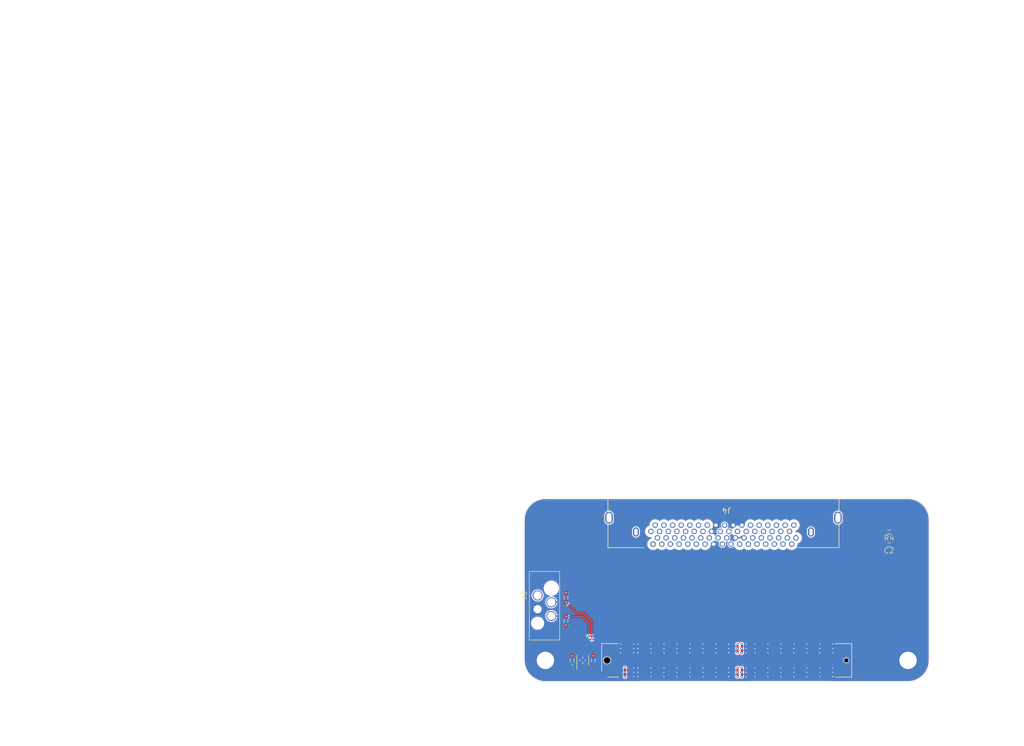
<source format=kicad_pcb>
(kicad_pcb (version 20240108) (generator "pcbnew") (generator_version "8.0")
  (title_block (title "Squishy - SE PHY ") (date "2024-06-14") (rev "1") (company "Shrine Maiden Heavy Industries") (comment 1 "License: CERN-OHL-S") (comment 2 "© 2024 Aki 'lethalbit' Van Ness, et. al.") (comment 3 "No warranty expressed or implied") (comment 4 "Squishy - SCSI Multitool"))
  (layers (0 "F.Cu" signal) (1 "In1.Cu" signal) (2 "In2.Cu" signal) (3 "In3.Cu" signal) (4 "In4.Cu" signal) (31 "B.Cu" signal) (34 "B.Paste" user) (35 "F.Paste" user) (36 "B.SilkS" user "B.Silkscreen") (37 "F.SilkS" user "F.Silkscreen") (38 "B.Mask" user) (39 "F.Mask" user) (44 "Edge.Cuts" user))
  (net 0 "")
  (net 1 "GND")
  (net 4 "/PHY.ID_SCL")
  (net 5 "+3V3")
  (net 6 "/PHY.ID_SDA")
  (net 7 "/CON.DP14+")
  (net 8 "/CON.C{slash}D+")
  (net 9 "/CON.DB10-")
  (net 10 "/CON.DB4-")
  (net 11 "/CON.ACK+")
  (net 12 "/CON.TERMPWR")
  (net 13 "/CON.DP1+")
  (net 14 "/CON.BSY-")
  (net 15 "/CON.RST-")
  (net 16 "/CON.DB2-")
  (net 17 "/CON.BSY+")
  (net 18 "/CON.DB5+")
  (net 19 "/CON.ATN-")
  (net 20 "/CON.DP0+")
  (net 21 "/CON.SEL+")
  (net 22 "/CON.ATN+")
  (net 23 "/CON.DB9-")
  (net 24 "/CON.SEL-")
  (net 25 "/CON.DB9+")
  (net 26 "/CON.DB0-")
  (net 27 "/CON.DB11+")
  (net 28 "/CON.DB7+")
  (net 29 "/CON.DP1-")
  (net 30 "/CON.DB5-")
  (net 31 "/CON.REQ-")
  (net 32 "/CON.DB1-")
  (net 33 "/CON.DB13+")
  (net 34 "/CON.REQ+")
  (net 35 "/CON.DB3-")
  (net 36 "/CON.DB8+")
  (net 37 "/CON.DB13-")
  (net 38 "/CON.DB15-")
  (net 39 "/CON.MSG+")
  (net 40 "/CON.DB11-")
  (net 41 "/CON.DP12+")
  (net 42 "/CON.DB3+")
  (net 43 "/CON.ACK-")
  (net 44 "/CON.DIFFSENSE")
  (net 45 "/CON.I{slash}O+")
  (net 46 "/CON.I{slash}O-")
  (net 47 "/CON.DB4+")
  (net 48 "/CON.DB15+")
  (net 49 "/CON.DB6-")
  (net 50 "/CON.DP14-")
  (net 51 "/CON.RST+")
  (net 52 "/CON.DB8-")
  (net 53 "/CON.DB10+")
  (net 54 "/CON.MSG-")
  (net 55 "/CON.DB6+")
  (net 56 "/CON.C{slash}D-")
  (net 57 "/CON.DB7-")
  (net 58 "/CON.DP12-")
  (net 59 "/CON.DB1+")
  (net 60 "/CON.DP0-")
  (net 61 "/CON.DB2+")
  (net 62 "/CON.DB0+")
  (net 63 "Net-(U1-E0)")
  (net 64 "Net-(C2-Pad2)")
  (net 65 "/CON.DB12+")
  (net 66 "/CON.DB14+")
  (net 67 "/CON.DB12-")
  (net 68 "/CON.DB14-")
  (footprint "lethalbit-connectors:1014457-10x80xLF" (layer "F.Cu") (at 147.5 136 180)
    (property "Reference" "J1" (hide yes))
    (property "Value" "SCSI PHY Mezz")
    (fp_line (start 23.100001 3.1) (end 23.1 -2) (stroke (width 0.12)) (layer "F.SilkS"))
    (fp_line (start 23.100001 3.1) (end 20.000001 3.1) (stroke (width 0.12)) (layer "F.SilkS"))
    (fp_line (start 22 -3.1) (end 20.000001 -3.1) (stroke (width 0.12)) (layer "F.SilkS"))
    (fp_line (start -20.000001 3.1) (end -23.100001 3.1) (stroke (width 0.12)) (layer "F.SilkS"))
    (fp_line (start -20.000001 -3.1) (end -23.100001 -3.1) (stroke (width 0.12)) (layer "F.SilkS"))
    (fp_line (start -23.100001 3.1) (end -23.100001 -3.1) (stroke (width 0.12)) (layer "F.SilkS"))
    (pad "" np_thru_hole circle (at -22.1 0 180) (size 0.8 0.8) (drill 0.8) (layers "*.Mask"))
    (pad "" np_thru_hole circle (at 22.1 0 180) (size 1.2 1.2) (drill 1.2) (layers "*.Mask"))
    (pad "1" smd roundrect (at 19.6 -2.2 180) (size 0.4 2) (layers "F.Cu" "F.Paste" "F.Mask") (net 1 "GND"))
    (pad "2" smd roundrect (at 19.6 2.2 180) (size 0.4 2) (layers "F.Cu" "F.Paste" "F.Mask") (net 1 "GND"))
    (pad "3" smd roundrect (at 18.8 -2.199999 180) (size 0.4 2) (layers "F.Cu" "F.Paste" "F.Mask") (net 5 "+3V3"))
    (pad "4" smd roundrect (at 18.8 2.199999 180) (size 0.4 2) (layers "F.Cu" "F.Paste" "F.Mask") (net 6 "/PHY.ID_SDA"))
    (pad "5" smd roundrect (at 18 -2.2 180) (size 0.4 2) (layers "F.Cu" "F.Paste" "F.Mask"))
    (pad "6" smd roundrect (at 18 2.2 180) (size 0.4 2) (layers "F.Cu" "F.Paste" "F.Mask") (net 4 "/PHY.ID_SCL"))
    (pad "7" smd roundrect (at 17.200001 -2.2 180) (size 0.4 2) (layers "F.Cu" "F.Paste" "F.Mask") (net 1 "GND"))
    (pad "8" smd roundrect (at 17.200001 2.2 180) (size 0.4 2) (layers "F.Cu" "F.Paste" "F.Mask") (net 1 "GND"))
    (pad "9" smd roundrect (at 16.4 -2.2 180) (size 0.4 2) (layers "F.Cu" "F.Paste" "F.Mask") (net 1 "GND"))
    (pad "10" smd roundrect (at 16.4 2.2 180) (size 0.4 2) (layers "F.Cu" "F.Paste" "F.Mask") (net 1 "GND"))
    (pad "11" smd roundrect (at 15.6 -2.2 180) (size 0.4 2) (layers "F.Cu" "F.Paste" "F.Mask") (net 41 "/CON.DP12+"))
    (pad "12" smd roundrect (at 15.6 2.2 180) (size 0.4 2) (layers "F.Cu" "F.Paste" "F.Mask") (net 58 "/CON.DP12-"))
    (pad "13" smd roundrect (at 14.799999 -2.2 180) (size 0.4 2) (layers "F.Cu" "F.Paste" "F.Mask") (net 33 "/CON.DB13+"))
    (pad "14" smd roundrect (at 14.799999 2.2 180) (size 0.4 2) (layers "F.Cu" "F.Paste" "F.Mask") (net 37 "/CON.DB13-"))
    (pad "15" smd roundrect (at 14 -2.2 180) (size 0.4 2) (layers "F.Cu" "F.Paste" "F.Mask") (net 1 "GND"))
    (pad "16" smd roundrect (at 14 2.2 180) (size 0.4 2) (layers "F.Cu" "F.Paste" "F.Mask") (net 1 "GND"))
    (pad "17" smd roundrect (at 13.2 -2.199999 180) (size 0.4 2) (layers "F.Cu" "F.Paste" "F.Mask") (net 7 "/CON.DP14+"))
    (pad "18" smd roundrect (at 13.2 2.199999 180) (size 0.4 2) (layers "F.Cu" "F.Paste" "F.Mask") (net 50 "/CON.DP14-"))
    (pad "19" smd roundrect (at 12.4 -2.2 180) (size 0.4 2) (layers "F.Cu" "F.Paste" "F.Mask") (net 48 "/CON.DB15+"))
    (pad "20" smd roundrect (at 12.4 2.2 180) (size 0.4 2) (layers "F.Cu" "F.Paste" "F.Mask") (net 38 "/CON.DB15-"))
    (pad "21" smd roundrect (at 11.6 -2.2 180) (size 0.4 2) (layers "F.Cu" "F.Paste" "F.Mask") (net 1 "GND"))
    (pad "22" smd roundrect (at 11.6 2.2 180) (size 0.4 2) (layers "F.Cu" "F.Paste" "F.Mask") (net 1 "GND"))
    (pad "23" smd roundrect (at 10.8 -2.2 180) (size 0.4 2) (layers "F.Cu" "F.Paste" "F.Mask") (net 13 "/CON.DP1+"))
    (pad "24" smd roundrect (at 10.8 2.2 180) (size 0.4 2) (layers "F.Cu" "F.Paste" "F.Mask") (net 29 "/CON.DP1-"))
    (pad "25" smd roundrect (at 10 -2.2 180) (size 0.4 2) (layers "F.Cu" "F.Paste" "F.Mask") (net 62 "/CON.DB0+"))
    (pad "26" smd roundrect (at 10 2.2 180) (size 0.4 2) (layers "F.Cu" "F.Paste" "F.Mask") (net 26 "/CON.DB0-"))
    (pad "27" smd roundrect (at 9.199999 -2.2 180) (size 0.4 2) (layers "F.Cu" "F.Paste" "F.Mask") (net 1 "GND"))
    (pad "28" smd roundrect (at 9.199999 2.2 180) (size 0.4 2) (layers "F.Cu" "F.Paste" "F.Mask") (net 1 "GND"))
    (pad "29" smd roundrect (at 8.4 -2.2 180) (size 0.4 2) (layers "F.Cu" "F.Paste" "F.Mask") (net 59 "/CON.DB1+"))
    (pad "30" smd roundrect (at 8.4 2.2 180) (size 0.4 2) (layers "F.Cu" "F.Paste" "F.Mask") (net 32 "/CON.DB1-"))
    (pad "31" smd roundrect (at 7.6 -2.199999 180) (size 0.4 2) (layers "F.Cu" "F.Paste" "F.Mask") (net 61 "/CON.DB2+"))
    (pad "32" smd roundrect (at 7.6 2.199999 180) (size 0.4 2) (layers "F.Cu" "F.Paste" "F.Mask") (net 16 "/CON.DB2-"))
    (pad "33" smd roundrect (at 6.8 -2.2 180) (size 0.4 2) (layers "F.Cu" "F.Paste" "F.Mask") (net 1 "GND"))
    (pad "34" smd roundrect (at 6.8 2.2 180) (size 0.4 2) (layers "F.Cu" "F.Paste" "F.Mask") (net 1 "GND"))
    (pad "35" smd roundrect (at 6 -2.2 180) (size 0.4 2) (layers "F.Cu" "F.Paste" "F.Mask") (net 42 "/CON.DB3+"))
    (pad "36" smd roundrect (at 6 2.2 180) (size 0.4 2) (layers "F.Cu" "F.Paste" "F.Mask") (net 35 "/CON.DB3-"))
    (pad "37" smd roundrect (at 5.2 -2.2 180) (size 0.4 2) (layers "F.Cu" "F.Paste" "F.Mask") (net 47 "/CON.DB4+"))
    (pad "38" smd roundrect (at 5.2 2.2 180) (size 0.4 2) (layers "F.Cu" "F.Paste" "F.Mask") (net 10 "/CON.DB4-"))
    (pad "39" smd roundrect (at 4.4 -2.2 180) (size 0.4 2) (layers "F.Cu" "F.Paste" "F.Mask") (net 1 "GND"))
    (pad "40" smd roundrect (at 4.4 2.2 180) (size 0.4 2) (layers "F.Cu" "F.Paste" "F.Mask") (net 1 "GND"))
    (pad "41" smd roundrect (at 3.599999 -2.2 180) (size 0.4 2) (layers "F.Cu" "F.Paste" "F.Mask") (net 18 "/CON.DB5+"))
    (pad "42" smd roundrect (at 3.599999 2.2 180) (size 0.4 2) (layers "F.Cu" "F.Paste" "F.Mask") (net 30 "/CON.DB5-"))
    (pad "43" smd roundrect (at 2.8 -2.2 180) (size 0.4 2) (layers "F.Cu" "F.Paste" "F.Mask") (net 55 "/CON.DB6+"))
    (pad "44" smd roundrect (at 2.8 2.2 180) (size 0.4 2) (layers "F.Cu" "F.Paste" "F.Mask") (net 49 "/CON.DB6-"))
    (pad "45" smd roundrect (at 2 -2.199999 180) (size 0.4 2) (layers "F.Cu" "F.Paste" "F.Mask") (net 1 "GND"))
    (pad "46" smd roundrect (at 2 2.199999 180) (size 0.4 2) (layers "F.Cu" "F.Paste" "F.Mask") (net 1 "GND"))
    (pad "47" smd roundrect (at 1.2 -2.2 180) (size 0.4 2) (layers "F.Cu" "F.Paste" "F.Mask") (net 28 "/CON.DB7+"))
    (pad "48" smd roundrect (at 1.2 2.2 180) (size 0.4 2) (layers "F.Cu" "F.Paste" "F.Mask") (net 57 "/CON.DB7-"))
    (pad "49" smd roundrect (at 0.4 -2.2 180) (size 0.4 2) (layers "F.Cu" "F.Paste" "F.Mask") (net 20 "/CON.DP0+"))
    (pad "50" smd roundrect (at 0.4 2.2 180) (size 0.4 2) (layers "F.Cu" "F.Paste" "F.Mask") (net 60 "/CON.DP0-"))
    (pad "51" smd roundrect (at -0.4 -2.2 180) (size 0.4 2) (layers "F.Cu" "F.Paste" "F.Mask") (net 1 "GND"))
    (pad "52" smd roundrect (at -0.4 2.2 180) (size 0.4 2) (layers "F.Cu" "F.Paste" "F.Mask") (net 1 "GND"))
    (pad "53" smd roundrect (at -1.2 -2.2 180) (size 0.4 2) (layers "F.Cu" "F.Paste" "F.Mask") (net 44 "/CON.DIFFSENSE"))
    (pad "54" smd roundrect (at -1.2 2.2 180) (size 0.4 2) (layers "F.Cu" "F.Paste" "F.Mask"))
    (pad "55" smd roundrect (at -2 -2.199999 180) (size 0.4 2) (layers "F.Cu" "F.Paste" "F.Mask") (net 12 "/CON.TERMPWR"))
    (pad "56" smd roundrect (at -2 2.199999 180) (size 0.4 2) (layers "F.Cu" "F.Paste" "F.Mask") (net 12 "/CON.TERMPWR"))
    (pad "57" smd roundrect (at -2.8 -2.2 180) (size 0.4 2) (layers "F.Cu" "F.Paste" "F.Mask") (net 12 "/CON.TERMPWR"))
    (pad "58" smd roundrect (at -2.8 2.2 180) (size 0.4 2) (layers "F.Cu" "F.Paste" "F.Mask") (net 12 "/CON.TERMPWR"))
    (pad "59" smd roundrect (at -3.599999 -2.2 180) (size 0.4 2) (layers "F.Cu" "F.Paste" "F.Mask") (net 1 "GND"))
    (pad "60" smd roundrect (at -3.599999 2.2 180) (size 0.4 2) (layers "F.Cu" "F.Paste" "F.Mask") (net 1 "GND"))
    (pad "61" smd roundrect (at -4.4 -2.2 180) (size 0.4 2) (layers "F.Cu" "F.Paste" "F.Mask") (net 22 "/CON.ATN+"))
    (pad "62" smd roundrect (at -4.4 2.2 180) (size 0.4 2) (layers "F.Cu" "F.Paste" "F.Mask") (net 19 "/CON.ATN-"))
    (pad "63" smd roundrect (at -5.2 -2.2 180) (size 0.4 2) (layers "F.Cu" "F.Paste" "F.Mask") (net 1 "GND"))
    (pad "64" smd roundrect (at -5.2 2.2 180) (size 0.4 2) (layers "F.Cu" "F.Paste" "F.Mask") (net 1 "GND"))
    (pad "65" smd roundrect (at -6 -2.2 180) (size 0.4 2) (layers "F.Cu" "F.Paste" "F.Mask") (net 17 "/CON.BSY+"))
    (pad "66" smd roundrect (at -6 2.2 180) (size 0.4 2) (layers "F.Cu" "F.Paste" "F.Mask") (net 14 "/CON.BSY-"))
    (pad "67" smd roundrect (at -6.8 -2.2 180) (size 0.4 2) (layers "F.Cu" "F.Paste" "F.Mask") (net 11 "/CON.ACK+"))
    (pad "68" smd roundrect (at -6.8 2.2 180) (size 0.4 2) (layers "F.Cu" "F.Paste" "F.Mask") (net 43 "/CON.ACK-"))
    (pad "69" smd roundrect (at -7.6 -2.199999 180) (size 0.4 2) (layers "F.Cu" "F.Paste" "F.Mask") (net 1 "GND"))
    (pad "70" smd roundrect (at -7.6 2.199999 180) (size 0.4 2) (layers "F.Cu" "F.Paste" "F.Mask") (net 1 "GND"))
    (pad "71" smd roundrect (at -8.4 -2.2 180) (size 0.4 2) (layers "F.Cu" "F.Paste" "F.Mask") (net 51 "/CON.RST+"))
    (pad "72" smd roundrect (at -8.4 2.2 180) (size 0.4 2) (layers "F.Cu" "F.Paste" "F.Mask") (net 15 "/CON.RST-"))
    (pad "73" smd roundrect (at -9.199999 -2.2 180) (size 0.4 2) (layers "F.Cu" "F.Paste" "F.Mask") (net 39 "/CON.MSG+"))
    (pad "74" smd roundrect (at -9.199999 2.2 180) (size 0.4 2) (layers "F.Cu" "F.Paste" "F.Mask") (net 54 "/CON.MSG-"))
    (pad "75" smd roundrect (at -10 -2.2 180) (size 0.4 2) (layers "F.Cu" "F.Paste" "F.Mask") (net 1 "GND"))
    (pad "76" smd roundrect (at -10 2.2 180) (size 0.4 2) (layers "F.Cu" "F.Paste" "F.Mask") (net 1 "GND"))
    (pad "77" smd roundrect (at -10.8 -2.2 180) (size 0.4 2) (layers "F.Cu" "F.Paste" "F.Mask") (net 21 "/CON.SEL+"))
    (pad "78" smd roundrect (at -10.8 2.2 180) (size 0.4 2) (layers "F.Cu" "F.Paste" "F.Mask") (net 24 "/CON.SEL-"))
    (pad "79" smd roundrect (at -11.6 -2.2 180) (size 0.4 2) (layers "F.Cu" "F.Paste" "F.Mask") (net 8 "/CON.C{slash}D+"))
    (pad "80" smd roundrect (at -11.6 2.2 180) (size 0.4 2) (layers "F.Cu" "F.Paste" "F.Mask") (net 56 "/CON.C{slash}D-"))
    (pad "81" smd roundrect (at -12.4 -2.2 180) (size 0.4 2) (layers "F.Cu" "F.Paste" "F.Mask") (net 1 "GND"))
    (pad "82" smd roundrect (at -12.4 2.2 180) (size 0.4 2) (layers "F.Cu" "F.Paste" "F.Mask") (net 1 "GND"))
    (pad "83" smd roundrect (at -13.2 -2.199999 180) (size 0.4 2) (layers "F.Cu" "F.Paste" "F.Mask") (net 34 "/CON.REQ+"))
    (pad "84" smd roundrect (at -13.2 2.199999 180) (size 0.4 2) (layers "F.Cu" "F.Paste" "F.Mask") (net 31 "/CON.REQ-"))
    (pad "85" smd roundrect (at -14 -2.2 180) (size 0.4 2) (layers "F.Cu" "F.Paste" "F.Mask") (net 45 "/CON.I{slash}O+"))
    (pad "86" smd roundrect (at -14 2.2 180) (size 0.4 2) (layers "F.Cu" "F.Paste" "F.Mask") (net 46 "/CON.I{slash}O-"))
    (pad "87" smd roundrect (at -14.799999 -2.2 180) (size 0.4 2) (layers "F.Cu" "F.Paste" "F.Mask") (net 1 "GND"))
    (pad "88" smd roundrect (at -14.799999 2.2 180) (size 0.4 2) (layers "F.Cu" "F.Paste" "F.Mask") (net 1 "GND"))
    (pad "89" smd roundrect (at -15.6 -2.2 180) (size 0.4 2) (layers "F.Cu" "F.Paste" "F.Mask") (net 36 "/CON.DB8+"))
    (pad "90" smd roundrect (at -15.6 2.2 180) (size 0.4 2) (layers "F.Cu" "F.Paste" "F.Mask") (net 52 "/CON.DB8-"))
    (pad "91" smd roundrect (at -16.4 -2.2 180) (size 0.4 2) (layers "F.Cu" "F.Paste" "F.Mask") (net 25 "/CON.DB9+"))
    (pad "92" smd roundrect (at -16.4 2.2 180) (size 0.4 2) (layers "F.Cu" "F.Paste" "F.Mask") (net 23 "/CON.DB9-"))
    (pad "93" smd roundrect (at -17.200001 -2.2 180) (size 0.4 2) (layers "F.Cu" "F.Paste" "F.Mask") (net 1 "GND"))
    (pad "94" smd roundrect (at -17.200001 2.2 180) (size 0.4 2) (layers "F.Cu" "F.Paste" "F.Mask") (net 1 "GND"))
    (pad "95" smd roundrect (at -18 -2.2 180) (size 0.4 2) (layers "F.Cu" "F.Paste" "F.Mask") (net 53 "/CON.DB10+"))
    (pad "96" smd roundrect (at -18 2.2 180) (size 0.4 2) (layers "F.Cu" "F.Paste" "F.Mask") (net 9 "/CON.DB10-"))
    (pad "97" smd roundrect (at -18.8 -2.199999 180) (size 0.4 2) (layers "F.Cu" "F.Paste" "F.Mask") (net 27 "/CON.DB11+"))
    (pad "98" smd roundrect (at -18.8 2.199999 180) (size 0.4 2) (layers "F.Cu" "F.Paste" "F.Mask") (net 40 "/CON.DB11-"))
    (pad "99" smd roundrect (at -19.6 -2.2 180) (size 0.4 2) (layers "F.Cu" "F.Paste" "F.Mask") (net 1 "GND"))
    (pad "100" smd roundrect (at -19.6 2.2 180) (size 0.4 2) (layers "F.Cu" "F.Paste" "F.Mask") (net 1 "GND"))
  )
  (footprint "rhais_rcl:R0603" (layer "F.Cu") (at 117.8 128.7 90)
    (property "Reference" "R3")
    (property "Value" "4k7" (hide yes))
    (fp_line (start 0.3 -0.349999) (end -0.3 -0.349999) (stroke (width 0.1)) (layer "F.SilkS"))
    (fp_line (start -0.3 0.349999) (end 0.3 0.349999) (stroke (width 0.1)) (layer "F.SilkS"))
    (pad "1" smd roundrect (at -0.85 0 90) (size 0.9 0.8) (layers "F.Cu" "F.Paste" "F.Mask") (net 5 "+3V3"))
    (pad "2" smd roundrect (at 0.85 0 90) (size 0.9 0.8) (layers "F.Cu" "F.Paste" "F.Mask") (net 4 "/PHY.ID_SCL"))
  )
  (footprint "rhais_rcl:R0603" (layer "F.Cu") (at 117.8 124.4 -90)
    (property "Reference" "R2")
    (property "Value" "4k7" (hide yes))
    (fp_line (start -0.3 0.349999) (end 0.3 0.349999) (stroke (width 0.1)) (layer "F.SilkS"))
    (fp_line (start 0.3 -0.349999) (end -0.3 -0.349999) (stroke (width 0.1)) (layer "F.SilkS"))
    (pad "1" smd roundrect (at -0.85 0 270) (size 0.9 0.8) (layers "F.Cu" "F.Paste" "F.Mask") (net 5 "+3V3"))
    (pad "2" smd roundrect (at 0.85 0 270) (size 0.9 0.8) (layers "F.Cu" "F.Paste" "F.Mask") (net 6 "/PHY.ID_SDA"))
  )
  (footprint "PCM_kikit:Tab" (layer "F.Cu") (at 185.25 131 180)
    (property "Reference" "REF**" (hide yes))
    (property "Value" "Tab")
  )
  (footprint "PCM_kikit:Tab" (layer "F.Cu") (at 174 140.25 90)
    (property "Reference" "REF**" (hide yes))
    (property "Value" "Tab")
  )
  (footprint "rhais_rcl:C0603" (layer "F.Cu") (at 118.95 136 90)
    (property "Reference" "C1")
    (property "Value" "100n" (hide yes))
    (fp_line (start -0.3 -0.349999) (end 0.3 -0.349999) (stroke (width 0.1)) (layer "F.SilkS"))
    (fp_line (start 0.3 0.349999) (end -0.3 0.349999) (stroke (width 0.1)) (layer "F.SilkS"))
    (pad "1" smd roundrect (at -0.85 0 90) (size 0.9 0.8) (layers "F.Cu" "F.Paste" "F.Mask") (net 1 "GND"))
    (pad "2" smd roundrect (at 0.85 0 90) (size 0.9 0.8) (layers "F.Cu" "F.Paste" "F.Mask") (net 5 "+3V3"))
  )
  (footprint "PCM_kikit:Tab" (layer "F.Cu") (at 121.000001 105.75 -90)
    (property "Reference" "REF**" (hide yes))
    (property "Value" "Tab")
  )
  (footprint "MountingHole:MountingHole_3.2mm_M3_Pad" (layer "F.Cu") (at 181 136)
    (property "Reference" "H4" (hide yes))
    (property "Value" "MountingHole" (hide yes))
    (pad "1" thru_hole circle (at 0 0) (size 6.4 6.4) (drill 3.2) (layers "*.Cu" "*.Mask") (net 1 "GND"))
  )
  (footprint "PCM_kikit:Tab" (layer "F.Cu") (at 109.7 131)
    (property "Reference" "REF**" (hide yes))
    (property "Value" "Tab")
  )
  (footprint "PCM_kikit:Tab" (layer "F.Cu") (at 174 105.75 -90)
    (property "Reference" "REF**" (hide yes))
    (property "Value" "Tab")
  )
  (footprint "PCM_kikit:Tab" (layer "F.Cu") (at 109.7 115)
    (property "Reference" "REF**" (hide yes))
    (property "Value" "Tab")
  )
  (footprint "rhais_rcl:R0603" (layer "F.Cu") (at 177.5 112.25 180)
    (property "Reference" "R4" (at 0 -1.099999 0) (layer "F.SilkS") (effects (font (thickness 0.1))))
    (property "Value" "1M")
    (fp_line (start 0.3 -0.349999) (end -0.3 -0.349999) (stroke (width 0.1)) (layer "F.SilkS"))
    (fp_line (start -0.3 0.349999) (end 0.3 0.349999) (stroke (width 0.1)) (layer "F.SilkS"))
    (pad "1" smd roundrect (at -0.85 0 180) (size 0.9 0.8) (layers "F.Cu" "F.Paste" "F.Mask") (net 64 "Net-(C2-Pad2)"))
    (pad "2" smd roundrect (at 0.85 0 180) (size 0.9 0.8) (layers "F.Cu" "F.Paste" "F.Mask") (net 1 "GND"))
  )
  (footprint "PCM_kikit:Tab" (layer "F.Cu") (at 185.25 115 180)
    (property "Reference" "REF**" (hide yes))
    (property "Value" "Tab")
  )
  (footprint "rhais_rcl:R0603" (layer "F.Cu") (at 122.85 136 90)
    (property "Reference" "R1")
    (property "Value" "10k" (hide yes))
    (fp_line (start 0.3 -0.349999) (end -0.3 -0.349999) (stroke (width 0.1)) (layer "F.SilkS"))
    (fp_line (start -0.3 0.349999) (end 0.3 0.349999) (stroke (width 0.1)) (layer "F.SilkS"))
    (pad "1" smd roundrect (at -0.85 0 90) (size 0.9 0.8) (layers "F.Cu" "F.Paste" "F.Mask") (net 63 "Net-(U1-E0)"))
    (pad "2" smd roundrect (at 0.85 0 90) (size 0.9 0.8) (layers "F.Cu" "F.Paste" "F.Mask") (net 5 "+3V3"))
  )
  (footprint "lethalbit-memory:ST_UFDFPN-8-1EP_2x3mm_P0.5mm_EP1.6x1.6mm" (layer "F.Cu") (at 120.9 136 90)
    (property "Reference" "U1")
    (property "Value" "M24C02-RMC" (hide yes))
    (fp_line (start -1.7 -1.1) (end 0.95 -1.1) (stroke (width 0.1)) (layer "F.SilkS"))
    (fp_line (start 0.95 1.1) (end -0.95 1.1) (stroke (width 0.1)) (layer "F.SilkS"))
    (pad "1" smd roundrect (at -1.4 -0.750001 90) (size 0.6 0.3) (layers "F.Cu" "F.Paste" "F.Mask") (roundrect_rratio 0.15625) (net 63 "Net-(U1-E0)"))
    (pad "2" smd roundrect (at -1.4 -0.25 90) (size 0.6 0.3) (layers "F.Cu" "F.Paste" "F.Mask") (roundrect_rratio 0.15625) (net 63 "Net-(U1-E0)"))
    (pad "3" smd roundrect (at -1.4 0.25 90) (size 0.6 0.3) (layers "F.Cu" "F.Paste" "F.Mask") (roundrect_rratio 0.15625) (net 1 "GND"))
    (pad "4" smd roundrect (at -1.4 0.750001 90) (size 0.6 0.3) (layers "F.Cu" "F.Paste" "F.Mask") (roundrect_rratio 0.15625) (net 1 "GND"))
    (pad "5" smd roundrect (at 1.4 0.750001 90) (size 0.6 0.3) (layers "F.Cu" "F.Paste" "F.Mask") (roundrect_rratio 0.15625) (net 6 "/PHY.ID_SDA"))
    (pad "6" smd roundrect (at 1.4 0.25 90) (size 0.6 0.3) (layers "F.Cu" "F.Paste" "F.Mask") (roundrect_rratio 0.15625) (net 4 "/PHY.ID_SCL"))
    (pad "7" smd roundrect (at 1.4 -0.25 90) (size 0.6 0.3) (layers "F.Cu" "F.Paste" "F.Mask") (roundrect_rratio 0.15625) (net 1 "GND"))
    (pad "8" smd roundrect (at 1.4 -0.750001 90) (size 0.6 0.3) (layers "F.Cu" "F.Paste" "F.Mask") (roundrect_rratio 0.15625) (net 5 "+3V3"))
    (pad "EP" smd roundrect (at 0 0 90) (size 1.6 1.6) (layers "F.Cu" "F.Mask") (roundrect_rratio 0.15625) (net 1 "GND"))
  )
  (footprint "pkl_connectors_wuerth:490107670412-d" (layer "F.Cu") (at 112.56 123.99 90)
    (property "Reference" "J3" (at 0 -2.54 90) (layer "F.SilkS") (effects (font (thickness 0.1))))
    (property "Value" "Conn_01x04")
    (fp_poly (pts (xy 4.43 -1.529999) (xy -8.24 -1.529999) (xy -8.239999 4.07) (xy 4.43 4.070001)) (stroke (width 0.1)) (fill none) (layer "F.SilkS"))
    (pad "" np_thru_hole circle (at -5.14 0 90) (size 2.2 2.2) (drill 2.2) (layers "F&B.Cu" "*.Mask"))
    (pad "" np_thru_hole circle (at 1.33 2.54 90) (size 2.6 2.6) (drill 2.6) (layers "F&B.Cu" "*.Mask"))
    (pad "1" thru_hole circle (at 0 0 90) (size 1.85 1.85) (drill 1.5) (layers "*.Cu" "*.Mask") (net 5 "+3V3"))
    (pad "2" thru_hole circle (at -1.27 2.54 90) (size 1.85 1.85) (drill 1.5) (layers "*.Cu" "*.Mask") (net 6 "/PHY.ID_SDA"))
    (pad "3" thru_hole circle (at -2.54 0 90) (size 1.85 1.85) (drill 1.5) (layers "*.Cu" "*.Mask") (net 1 "GND"))
    (pad "4" thru_hole circle (at -3.81 2.54 90) (size 1.85 1.85) (drill 1.5) (layers "*.Cu" "*.Mask") (net 4 "/PHY.ID_SCL"))
  )
  (footprint "lethalbit-connectors:5796055" (layer "F.Cu") (at 147.5 112.715 180)
    (property "Reference" "J4" (at 0 4.465 180) (layer "F.SilkS"))
    (property "Value" "VHDCI")
    (fp_line (start 21.95 6.465) (end 21.95 4.465) (stroke (width 0.127)) (layer "F.SilkS"))
    (fp_line (start 21.95 1.765) (end 21.95 -2.435) (stroke (width 0.127)) (layer "F.SilkS"))
    (fp_line (start 21.95 -2.435) (end 15.249999 -2.435) (stroke (width 0.127)) (layer "F.SilkS"))
    (fp_line (start -13.05 -2.435001) (end -20.75 -2.435) (stroke (width 0.127)) (layer "F.SilkS"))
    (fp_line (start -20.75 4.465) (end -20.75 6.565) (stroke (width 0.127)) (layer "F.SilkS"))
    (fp_line (start -20.75 -2.435) (end -20.75 1.765) (stroke (width 0.127)) (layer "F.SilkS"))
    (fp_circle (center 13.6 -1.785) (end 14.2 -1.785) (stroke (width 0.1)) (fill none) (layer "F.SilkS"))
    (pad "1" thru_hole circle (at 13.6 -1.785 180) (size 1 1) (drill 0.65) (layers "*.Cu" "*.Mask") (net 65 "/CON.DB12+"))
    (pad "2" thru_hole circle (at 12.8 -0.635 180) (size 1 1) (drill 0.65) (layers "*.Cu" "*.Mask") (net 33 "/CON.DB13+"))
    (pad "3" thru_hole circle (at 12 -1.785 180) (size 1 1) (drill 0.65) (layers "*.Cu" "*.Mask") (net 66 "/CON.DB14+"))
    (pad "4" thru_hole circle (at 11.2 -0.635 180) (size 1 1) (drill 0.65) (layers "*.Cu" "*.Mask") (net 48 "/CON.DB15+"))
    (pad "5" thru_hole circle (at 10.4 -1.785 180) (size 1 1) (drill 0.65) (layers "*.Cu" "*.Mask") (net 13 "/CON.DP1+"))
    (pad "6" thru_hole circle (at 9.6 -0.635 180) (size 1 1) (drill 0.65) (layers "*.Cu" "*.Mask") (net 62 "/CON.DB0+"))
    (pad "7" thru_hole circle (at 8.8 -1.785 180) (size 1 1) (drill 0.65) (layers "*.Cu" "*.Mask") (net 59 "/CON.DB1+"))
    (pad "8" thru_hole circle (at 8 -0.635 180) (size 1 1) (drill 0.65) (layers "*.Cu" "*.Mask") (net 61 "/CON.DB2+"))
    (pad "9" thru_hole circle (at 7.2 -1.785 180) (size 1 1) (drill 0.65) (layers "*.Cu" "*.Mask") (net 42 "/CON.DB3+"))
    (pad "10" thru_hole circle (at 6.4 -0.635 180) (size 1 1) (drill 0.65) (layers "*.Cu" "*.Mask") (net 47 "/CON.DB4+"))
    (pad "11" thru_hole circle (at 5.6 -1.785001 180) (size 1 1) (drill 0.65) (layers "*.Cu" "*.Mask") (net 18 "/CON.DB5+"))
    (pad "12" thru_hole circle (at 4.8 -0.635 180) (size 1 1) (drill 0.65) (layers "*.Cu" "*.Mask") (net 55 "/CON.DB6+"))
    (pad "13" thru_hole circle (at 4.000001 -1.785 180) (size 1 1) (drill 0.65) (layers "*.Cu" "*.Mask") (net 28 "/CON.DB7+"))
    (pad "14" thru_hole circle (at 3.2 -0.635 180) (size 1 1) (drill 0.65) (layers "*.Cu" "*.Mask") (net 20 "/CON.DP0+"))
    (pad "15" thru_hole circle (at 2.4 -1.785 180) (size 1 1) (drill 0.65) (layers "*.Cu" "*.Mask") (net 1 "GND"))
    (pad "16" thru_hole circle (at 1.6 -0.635 180) (size 1 1) (drill 0.65) (layers "*.Cu" "*.Mask") (net 44 "/CON.DIFFSENSE"))
    (pad "17" thru_hole circle (at 0.8 -1.785 180) (size 1 1) (drill 0.65) (layers "*.Cu" "*.Mask") (net 12 "/CON.TERMPWR"))
    (pad "18" thru_hole circle (at 0 -0.635 180) (size 1 1) (drill 0.65) (layers "*.Cu" "*.Mask") (net 12 "/CON.TERMPWR"))
    (pad "19" thru_hole circle (at -0.8 -1.785 180) (size 1 1) (drill 0.65) (layers "*.Cu" "*.Mask"))
    (pad "20" thru_hole circle (at -1.6 -0.635 180) (size 1 1) (drill 0.65) (layers "*.Cu" "*.Mask") (net 1 "GND"))
    (pad "21" thru_hole circle (at -2.4 -1.785 180) (size 1 1) (drill 0.65) (layers "*.Cu" "*.Mask") (net 22 "/CON.ATN+"))
    (pad "22" thru_hole circle (at -3.2 -0.635 180) (size 1 1) (drill 0.65) (layers "*.Cu" "*.Mask") (net 1 "GND"))
    (pad "23" thru_hole circle (at -4.000001 -1.785 180) (size 1 1) (drill 0.65) (layers "*.Cu" "*.Mask") (net 17 "/CON.BSY+"))
    (pad "24" thru_hole circle (at -4.8 -0.635 180) (size 1 1) (drill 0.65) (layers "*.Cu" "*.Mask") (net 11 "/CON.ACK+"))
    (pad "25" thru_hole circle (at -5.6 -1.785001 180) (size 1 1) (drill 0.65) (layers "*.Cu" "*.Mask") (net 51 "/CON.RST+"))
    (pad "26" thru_hole circle (at -6.4 -0.635 180) (size 1 1) (drill 0.65) (layers "*.Cu" "*.Mask") (net 39 "/CON.MSG+"))
    (pad "27" thru_hole circle (at -7.2 -1.785 180) (size 1 1) (drill 0.65) (layers "*.Cu" "*.Mask") (net 21 "/CON.SEL+"))
    (pad "28" thru_hole circle (at -8 -0.635 180) (size 1 1) (drill 0.65) (layers "*.Cu" "*.Mask") (net 8 "/CON.C{slash}D+"))
    (pad "29" thru_hole circle (at -8.8 -1.785 180) (size 1 1) (drill 0.65) (layers "*.Cu" "*.Mask") (net 34 "/CON.REQ+"))
    (pad "30" thru_hole circle (at -9.6 -0.635 180) (size 1 1) (drill 0.65) (layers "*.Cu" "*.Mask") (net 45 "/CON.I{slash}O+"))
    (pad "31" thru_hole circle (at -10.4 -1.785 180) (size 1 1) (drill 0.65) (layers "*.Cu" "*.Mask") (net 36 "/CON.DB8+"))
    (pad "32" thru_hole circle (at -11.2 -0.635 180) (size 1 1) (drill 0.65) (layers "*.Cu" "*.Mask") (net 25 "/CON.DB9+"))
    (pad "33" thru_hole circle (at -12 -1.785 180) (size 1 1) (drill 0.65) (layers "*.Cu" "*.Mask") (net 53 "/CON.DB10+"))
    (pad "34" thru_hole circle (at -12.8 -0.635 180) (size 1 1) (drill 0.65) (layers "*.Cu" "*.Mask") (net 27 "/CON.DB11+"))
    (pad "35" thru_hole circle (at 14 0.565 180) (size 1 1) (drill 0.65) (layers "*.Cu" "*.Mask") (net 67 "/CON.DB12-"))
    (pad "36" thru_hole circle (at 13.2 1.715001 180) (size 1 1) (drill 0.65) (layers "*.Cu" "*.Mask") (net 37 "/CON.DB13-"))
    (pad "37" thru_hole circle (at 12.4 0.565 180) (size 1 1) (drill 0.65) (layers "*.Cu" "*.Mask") (net 68 "/CON.DB14-"))
    (pad "38" thru_hole circle (at 11.6 1.715 180) (size 1 1) (drill 0.65) (layers "*.Cu" "*.Mask") (net 38 "/CON.DB15-"))
    (pad "39" thru_hole circle (at 10.8 0.565 180) (size 1 1) (drill 0.65) (layers "*.Cu" "*.Mask") (net 29 "/CON.DP1-"))
    (pad "40" thru_hole circle (at 10 1.715 180) (size 1 1) (drill 0.65) (layers "*.Cu" "*.Mask") (net 26 "/CON.DB0-"))
    (pad "41" thru_hole circle (at 9.2 0.565 180) (size 1 1) (drill 0.65) (layers "*.Cu" "*.Mask") (net 32 "/CON.DB1-"))
    (pad "42" thru_hole circle (at 8.4 1.715 180) (size 1 1) (drill 0.65) (layers "*.Cu" "*.Mask") (net 16 "/CON.DB2-"))
    (pad "43" thru_hole circle (at 7.6 0.565 180) (size 1 1) (drill 0.65) (layers "*.Cu" "*.Mask") (net 35 "/CON.DB3-"))
    (pad "44" thru_hole circle (at 6.8 1.715 180) (size 1 1) (drill 0.65) (layers "*.Cu" "*.Mask") (net 10 "/CON.DB4-"))
    (pad "45" thru_hole circle (at 6 0.565 180) (size 1 1) (drill 0.65) (layers "*.Cu" "*.Mask") (net 30 "/CON.DB5-"))
    (pad "46" thru_hole circle (at 5.2 1.715 180) (size 1 1) (drill 0.65) (layers "*.Cu" "*.Mask") (net 49 "/CON.DB6-"))
    (pad "47" thru_hole circle (at 4.4 0.565 180) (size 1 1) (drill 0.65) (layers "*.Cu" "*.Mask") (net 57 "/CON.DB7-"))
    (pad "48" thru_hole circle (at 3.6 1.715001 180) (size 1 1) (drill 0.65) (layers "*.Cu" "*.Mask") (net 60 "/CON.DP0-"))
    (pad "49" thru_hole circle (at 2.8 0.565 180) (size 1 1) (drill 0.65) (layers "*.Cu" "*.Mask") (net 1 "GND"))
    (pad "50" thru_hole circle (at 2 1.715001 180) (size 1 1) (drill 0.65) (layers "*.Cu" "*.Mask") (net 1 "GND"))
    (pad "51" thru_hole circle (at 1.2 0.565 180) (size 1 1) (drill 0.65) (layers "*.Cu" "*.Mask") (net 12 "/CON.TERMPWR"))
    (pad "52" thru_hole circle (at 0.4 1.715 180) (size 1 1) (drill 0.65) (layers "*.Cu" "*.Mask") (net 12 "/CON.TERMPWR"))
    (pad "53" thru_hole circle (at -0.4 0.565 180) (size 1 1) (drill 0.65) (layers "*.Cu" "*.Mask"))
    (pad "54" thru_hole circle (at -1.2 1.715 180) (size 1 1) (drill 0.65) (layers "*.Cu" "*.Mask") (net 1 "GND"))
    (pad "55" thru_hole circle (at -2 0.565 180) (size 1 1) (drill 0.65) (layers "*.Cu" "*.Mask") (net 19 "/CON.ATN-"))
    (pad "56" thru_hole circle (at -2.8 1.715 180) (size 1 1) (drill 0.65) (layers "*.Cu" "*.Mask") (net 1 "GND"))
    (pad "57" thru_hole circle (at -3.6 0.565 180) (size 1 1) (drill 0.65) (layers "*.Cu" "*.Mask") (net 14 "/CON.BSY-"))
    (pad "58" thru_hole circle (at -4.4 1.715 180) (size 1 1) (drill 0.65) (layers "*.Cu" "*.Mask") (net 43 "/CON.ACK-"))
    (pad "59" thru_hole circle (at -5.2 0.565 180) (size 1 1) (drill 0.65) (layers "*.Cu" "*.Mask") (net 15 "/CON.RST-"))
    (pad "60" thru_hole circle (at -6 1.715 180) (size 1 1) (drill 0.65) (layers "*.Cu" "*.Mask") (net 54 "/CON.MSG-"))
    (pad "61" thru_hole circle (at -6.8 0.565 180) (size 1 1) (drill 0.65) (layers "*.Cu" "*.Mask") (net 24 "/CON.SEL-"))
    (pad "62" thru_hole circle (at -7.6 1.715001 180) (size 1 1) (drill 0.65) (layers "*.Cu" "*.Mask") (net 56 "/CON.C{slash}D-"))
    (pad "63" thru_hole circle (at -8.4 0.565 180) (size 1 1) (drill 0.65) (layers "*.Cu" "*.Mask") (net 31 "/CON.REQ-"))
    (pad "64" thru_hole circle (at -9.2 1.715001 180) (size 1 1) (drill 0.65) (layers "*.Cu" "*.Mask") (net 46 "/CON.I{slash}O-"))
    (pad "65" thru_hole circle (at -10 0.565 180) (size 1 1) (drill 0.65) (layers "*.Cu" "*.Mask") (net 52 "/CON.DB8-"))
    (pad "66" thru_hole circle (at -10.8 1.715 180) (size 1 1) (drill 0.65) (layers "*.Cu" "*.Mask") (net 23 "/CON.DB9-"))
    (pad "67" thru_hole circle (at -11.6 0.565 180) (size 1 1) (drill 0.65) (layers "*.Cu" "*.Mask") (net 9 "/CON.DB10-"))
    (pad "68" thru_hole circle (at -12.4 1.715 180) (size 1 1) (drill 0.65) (layers "*.Cu" "*.Mask") (net 40 "/CON.DB11-"))
    (pad "SHIELD" thru_hole oval (at -20.55 3.095 180) (size 1.4 2.25) (drill oval 0.9 1.75) (layers "*.Cu" "*.Mask") (net 64 "Net-(C2-Pad2)"))
    (pad "SHIELD" thru_hole oval (at -15.575 0.465 180) (size 1.1 1.7) (drill oval 0.6 1.2) (layers "*.Cu" "*.Mask") (net 64 "Net-(C2-Pad2)"))
    (pad "SHIELD" thru_hole oval (at 16.775 0.465 180) (size 1.1 1.7) (drill oval 0.6 1.2) (layers "*.Cu" "*.Mask") (net 64 "Net-(C2-Pad2)"))
    (pad "SHIELD" thru_hole oval (at 21.75 3.095 180) (size 1.4 2.25) (drill oval 0.9 1.75) (layers "*.Cu" "*.Mask") (net 64 "Net-(C2-Pad2)"))
  )
  (footprint "MountingHole:MountingHole_3.2mm_M3_Pad" (layer "F.Cu") (at 114 136)
    (property "Reference" "H3" (hide yes))
    (property "Value" "MountingHole" (hide yes))
    (pad "1" thru_hole circle (at 0 0) (size 6.4 6.4) (drill 3.2) (layers "*.Cu" "*.Mask") (net 1 "GND"))
  )
  (footprint "PCM_kikit:Tab" (layer "F.Cu") (at 121 140.25 90)
    (property "Reference" "REF**" (hide yes))
    (property "Value" "Tab")
  )
  (footprint "rhais_rcl:C0603" (layer "F.Cu") (at 177.5 114.6 180)
    (property "Reference" "C2" (at 0 -1.099999 0) (layer "F.SilkS") (effects (font (thickness 0.1))))
    (property "Value" "100n")
    (fp_line (start 0.3 0.349999) (end -0.3 0.349999) (stroke (width 0.1)) (layer "F.SilkS"))
    (fp_line (start -0.3 -0.349999) (end 0.3 -0.349999) (stroke (width 0.1)) (layer "F.SilkS"))
    (pad "1" smd roundrect (at -0.85 0 180) (size 0.9 0.8) (layers "F.Cu" "F.Paste" "F.Mask") (net 1 "GND"))
    (pad "2" smd roundrect (at 0.85 0 180) (size 0.9 0.8) (layers "F.Cu" "F.Paste" "F.Mask") (net 64 "Net-(C2-Pad2)"))
  )
  (gr_line (start 181 106) (end 114 106) (stroke (width 0.05)) (layer "Edge.Cuts"))
  (gr_line (start 114 140) (end 181 140) (stroke (width 0.05)) (layer "Edge.Cuts"))
  (gr_arc (start 110 110) (mid 111.171573 107.171573) (end 114 106) (stroke (width 0.05)) (layer "Edge.Cuts"))
  (gr_line (start 185 136) (end 185 110) (stroke (width 0.05)) (layer "Edge.Cuts"))
  (gr_arc (start 185 136) (mid 183.828427 138.828427) (end 181 140) (stroke (width 0.05)) (layer "Edge.Cuts"))
  (gr_arc (start 181 106) (mid 183.828427 107.171573) (end 185 110) (stroke (width 0.05)) (layer "Edge.Cuts"))
  (gr_line (start 110 136) (end 110 110) (stroke (width 0.05)) (layer "Edge.Cuts"))
  (gr_arc (start 114 140) (mid 111.171573 138.828427) (end 110 136) (stroke (width 0.05)) (layer "Edge.Cuts"))
  (via (at 164.7 134.6) (size 0.45) (drill 0.2) (layers "F.Cu" "B.Cu") (net 1))
  (via (at 162.3 138.2) (size 0.45) (drill 0.2) (layers "F.Cu" "B.Cu") (net 1))
  (via (at 135.9 138.2) (size 0.45) (drill 0.2) (layers "F.Cu" "B.Cu") (net 1))
  (via (at 131.1 139) (size 0.45) (drill 0.2) (layers "F.Cu" "B.Cu") (net 1))
  (via (at 155.1 137.4) (size 0.45) (drill 0.2) (layers "F.Cu" "B.Cu") (net 1))
  (via (at 145.5 133.8) (size 0.45) (drill 0.2) (layers "F.Cu" "B.Cu") (net 1))
  (via (at 145.5 138.2) (size 0.45) (drill 0.2) (layers "F.Cu" "B.Cu") (net 1))
  (via (at 140.7 133) (size 0.45) (drill 0.2) (layers "F.Cu" "B.Cu") (net 1))
  (via (at 135.9 133.8) (size 0.45) (drill 0.2) (layers "F.Cu" "B.Cu") (net 1))
  (via (at 120.35 136) (size 0.45) (drill 0.2) (layers "F.Cu" "B.Cu") (net 1))
  (via (at 138.3 133.8) (size 0.45) (drill 0.2) (layers "F.Cu" "B.Cu") (net 1))
  (via (at 133.5 137.4) (size 0.45) (drill 0.2) (layers "F.Cu" "B.Cu") (net 1))
  (via (at 157.5 137.4) (size 0.45) (drill 0.2) (layers "F.Cu" "B.Cu") (net 1))
  (via (at 145.5 133) (size 0.45) (drill 0.2) (layers "F.Cu" "B.Cu") (net 1))
  (via (at 152.7 138.2) (size 0.45) (drill 0.2) (layers "F.Cu" "B.Cu") (net 1))
  (via (at 131.1 134.6) (size 0.45) (drill 0.2) (layers "F.Cu" "B.Cu") (net 1))
  (via (at 164.7 138.2) (size 0.45) (drill 0.2) (layers "F.Cu" "B.Cu") (net 1))
  (via (at 131.1 137.4) (size 0.45) (drill 0.2) (layers "F.Cu" "B.Cu") (net 1))
  (via (at 147.9 134.6) (size 0.45) (drill 0.2) (layers "F.Cu" "B.Cu") (net 1))
  (via (at 121.4 136) (size 0.45) (drill 0.2) (layers "F.Cu" "B.Cu") (net 1))
  (via (at 159.9 133) (size 0.45) (drill 0.2) (layers "F.Cu" "B.Cu") (net 1))
  (via (at 145.5 134.6) (size 0.45) (drill 0.2) (layers "F.Cu" "B.Cu") (net 1))
  (via (at 151.1 139) (size 0.45) (drill 0.2) (layers "F.Cu" "B.Cu") (net 1))
  (via (at 143.1 139) (size 0.45) (drill 0.2) (layers "F.Cu" "B.Cu") (net 1))
  (via (at 120.9 135.5) (size 0.45) (drill 0.2) (layers "F.Cu" "B.Cu") (net 1))
  (via (at 151.1 137.4) (size 0.45) (drill 0.2) (layers "F.Cu" "B.Cu") (net 1))
  (via (at 135.9 137.4) (size 0.45) (drill 0.2) (layers "F.Cu" "B.Cu") (net 1))
  (via (at 151.1 133.8) (size 0.45) (drill 0.2) (layers "F.Cu" "B.Cu") (net 1))
  (via (at 133.5 134.6) (size 0.45) (drill 0.2) (layers "F.Cu" "B.Cu") (net 1))
  (via (at 140.7 133.8) (size 0.45) (drill 0.2) (layers "F.Cu" "B.Cu") (net 1))
  (via (at 157.5 133.8) (size 0.45) (drill 0.2) (layers "F.Cu" "B.Cu") (net 1))
  (via (at 145.5 139) (size 0.45) (drill 0.2) (layers "F.Cu" "B.Cu") (net 1))
  (via (at 159.9 138.2) (size 0.45) (drill 0.2) (layers "F.Cu" "B.Cu") (net 1))
  (via (at 143.1 133) (size 0.45) (drill 0.2) (layers "F.Cu" "B.Cu") (net 1))
  (via (at 131.1 133) (size 0.45) (drill 0.2) (layers "F.Cu" "B.Cu") (net 1))
  (via (at 143.1 133.8) (size 0.45) (drill 0.2) (layers "F.Cu" "B.Cu") (net 1))
  (via (at 157.5 134.6) (size 0.45) (drill 0.2) (layers "F.Cu" "B.Cu") (net 1))
  (via (at 130.3 133.8) (size 0.45) (drill 0.2) (layers "F.Cu" "B.Cu") (net 1))
  (via (at 155.1 139) (size 0.45) (drill 0.2) (layers "F.Cu" "B.Cu") (net 1))
  (via (at 164.7 139) (size 0.45) (drill 0.2) (layers "F.Cu" "B.Cu") (net 1))
  (via (at 131.1 138.2) (size 0.45) (drill 0.2) (layers "F.Cu" "B.Cu") (net 1))
  (via (at 133.5 133.8) (size 0.45) (drill 0.2) (layers "F.Cu" "B.Cu") (net 1))
  (via (at 164.7 137.4) (size 0.45) (drill 0.2) (layers "F.Cu" "B.Cu") (net 1))
  (via (at 162.3 139) (size 0.45) (drill 0.2) (layers "F.Cu" "B.Cu") (net 1))
  (via (at 140.7 134.6) (size 0.45) (drill 0.2) (layers "F.Cu" "B.Cu") (net 1))
  (via (at 151.1 138.2) (size 0.45) (drill 0.2) (layers "F.Cu" "B.Cu") (net 1))
  (via (at 152.7 134.6) (size 0.45) (drill 0.2) (layers "F.Cu" "B.Cu") (net 1))
  (via (at 164.7 133.8) (size 0.45) (drill 0.2) (layers "F.Cu" "B.Cu") (net 1))
  (via (at 147.9 133.8) (size 0.45) (drill 0.2) (layers "F.Cu" "B.Cu") (net 1))
  (via (at 159.9 137.4) (size 0.45) (drill 0.2) (layers "F.Cu" "B.Cu") (net 1))
  (via (at 147.9 133) (size 0.45) (drill 0.2) (layers "F.Cu" "B.Cu") (net 1))
  (via (at 145.5 137.4) (size 0.45) (drill 0.2) (layers "F.Cu" "B.Cu") (net 1))
  (via (at 159.9 133.8) (size 0.45) (drill 0.2) (layers "F.Cu" "B.Cu") (net 1))
  (via (at 151.1 133) (size 0.45) (drill 0.2) (layers "F.Cu" "B.Cu") (net 1))
  (via (at 133.5 133) (size 0.45) (drill 0.2) (layers "F.Cu" "B.Cu") (net 1))
  (via (at 130.3 133) (size 0.45) (drill 0.2) (layers "F.Cu" "B.Cu") (net 1))
  (via (at 155.1 133) (size 0.45) (drill 0.2) (layers "F.Cu" "B.Cu") (net 1))
  (via (at 140.7 138.2) (size 0.45) (drill 0.2) (layers "F.Cu" "B.Cu") (net 1))
  (via (at 162.3 137.4) (size 0.45) (drill 0.2) (layers "F.Cu" "B.Cu") (net 1))
  (via (at 167.1 134.6) (size 0.45) (drill 0.2) (layers "F.Cu" "B.Cu") (net 1))
  (via (at 143.1 137.4) (size 0.45) (drill 0.2) (layers "F.Cu" "B.Cu") (net 1))
  (via (at 167.1 133) (size 0.45) (drill 0.2) (layers "F.Cu" "B.Cu") (net 1))
  (via (at 140.7 139) (size 0.45) (drill 0.2) (layers "F.Cu" "B.Cu") (net 1))
  (via (at 152.7 133) (size 0.45) (drill 0.2) (layers "F.Cu" "B.Cu") (net 1))
  (via (at 133.5 138.2) (size 0.45) (drill 0.2) (layers "F.Cu" "B.Cu") (net 1))
  (via (at 130.3 134.6) (size 0.45) (drill 0.2) (layers "F.Cu" "B.Cu") (net 1))
  (via (at 162.3 133.8) (size 0.45) (drill 0.2) (layers "F.Cu" "B.Cu") (net 1))
  (via (at 127.9 134.6) (size 0.45) (drill 0.2) (layers "F.Cu" "B.Cu") (net 1))
  (via (at 147.9 138.2) (size 0.45) (drill 0.2) (layers "F.Cu" "B.Cu") (net 1))
  (via (at 138.3 139) (size 0.45) (drill 0.2) (layers "F.Cu" "B.Cu") (net 1))
  (via (at 159.9 139) (size 0.45) (drill 0.2) (layers "F.Cu" "B.Cu") (net 1))
  (via (at 152.7 137.4) (size 0.45) (drill 0.2) (layers "F.Cu" "B.Cu") (net 1))
  (via (at 140.7 137.4) (size 0.45) (drill 0.2) (layers "F.Cu" "B.Cu") (net 1))
  (via (at 138.3 134.6) (size 0.45) (drill 0.2) (layers "F.Cu" "B.Cu") (net 1))
  (via (at 130.3 138.2) (size 0.45) (drill 0.2) (layers "F.Cu" "B.Cu") (net 1))
  (via (at 162.3 133) (size 0.45) (drill 0.2) (layers "F.Cu" "B.Cu") (net 1))
  (via (at 138.3 137.4) (size 0.45) (drill 0.2) (layers "F.Cu" "B.Cu") (net 1))
  (via (at 147.9 139) (size 0.45) (drill 0.2) (layers "F.Cu" "B.Cu") (net 1))
  (via (at 147.9 137.4) (size 0.45) (drill 0.2) (layers "F.Cu" "B.Cu") (net 1))
  (via (at 133.5 139) (size 0.45) (drill 0.2) (layers "F.Cu" "B.Cu") (net 1))
  (via (at 167.1 139) (size 0.45) (drill 0.2) (layers "F.Cu" "B.Cu") (net 1))
  (via (at 164.7 133) (size 0.45) (drill 0.2) (layers "F.Cu" "B.Cu") (net 1))
  (via (at 127.9 133.8) (size 0.45) (drill 0.2) (layers "F.Cu" "B.Cu") (net 1))
  (via (at 152.7 139) (size 0.45) (drill 0.2) (layers "F.Cu" "B.Cu") (net 1))
  (via (at 151.1 134.6) (size 0.45) (drill 0.2) (layers "F.Cu" "B.Cu") (net 1))
  (via (at 138.3 138.2) (size 0.45) (drill 0.2) (layers "F.Cu" "B.Cu") (net 1))
  (via (at 155.1 134.6) (size 0.45) (drill 0.2) (layers "F.Cu" "B.Cu") (net 1))
  (via (at 157.5 138.2) (size 0.45) (drill 0.2) (layers "F.Cu" "B.Cu") (net 1))
  (via (at 143.1 138.2) (size 0.45) (drill 0.2) (layers "F.Cu" "B.Cu") (net 1))
  (via (at 131.1 133.8) (size 0.45) (drill 0.2) (layers "F.Cu" "B.Cu") (net 1))
  (via (at 143.1 134.6) (size 0.45) (drill 0.2) (layers "F.Cu" "B.Cu") (net 1))
  (via (at 155.1 133.8) (size 0.45) (drill 0.2) (layers "F.Cu" "B.Cu") (net 1))
  (via (at 135.9 134.6) (size 0.45) (drill 0.2) (layers "F.Cu" "B.Cu") (net 1))
  (via (at 130.3 137.4) (size 0.45) (drill 0.2) (layers "F.Cu" "B.Cu") (net 1))
  (via (at 135.9 133) (size 0.45) (drill 0.2) (layers "F.Cu" "B.Cu") (net 1))
  (via (at 135.9 139) (size 0.45) (drill 0.2) (layers "F.Cu" "B.Cu") (net 1))
  (via (at 138.3 133) (size 0.45) (drill 0.2) (layers "F.Cu" "B.Cu") (net 1))
  (via (at 155.1 138.2) (size 0.45) (drill 0.2) (layers "F.Cu" "B.Cu") (net 1))
  (via (at 159.9 134.6) (size 0.45) (drill 0.2) (layers "F.Cu" "B.Cu") (net 1))
  (via (at 120.9 136.5) (size 0.45) (drill 0.2) (layers "F.Cu" "B.Cu") (net 1))
  (via (at 152.7 133.8) (size 0.45) (drill 0.2) (layers "F.Cu" "B.Cu") (net 1))
  (via (at 167.1 133.8) (size 0.45) (drill 0.2) (layers "F.Cu" "B.Cu") (net 1))
  (via (at 157.5 139) (size 0.45) (drill 0.2) (layers "F.Cu" "B.Cu") (net 1))
  (via (at 127.9 133) (size 0.45) (drill 0.2) (layers "F.Cu" "B.Cu") (net 1))
  (via (at 162.3 134.6) (size 0.45) (drill 0.2) (layers "F.Cu" "B.Cu") (net 1))
  (via (at 167.1 137.4) (size 0.45) (drill 0.2) (layers "F.Cu" "B.Cu") (net 1))
  (via (at 130.3 139) (size 0.45) (drill 0.2) (layers "F.Cu" "B.Cu") (net 1))
  (via (at 167.1 138.2) (size 0.45) (drill 0.2) (layers "F.Cu" "B.Cu") (net 1))
  (via (at 157.5 133) (size 0.45) (drill 0.2) (layers "F.Cu" "B.Cu") (net 1))
  (via (at 118.95 136.85) (size 0.45) (drill 0.2) (layers "F.Cu" "B.Cu") (net 1))
  (segment (start 117.4 127.8) (end 115.1 127.8) (width 0.2) (layer "F.Cu") (net 4))
  (segment (start 121.15 134.6) (end 121.15 132.35) (width 0.2) (layer "F.Cu") (net 4))
  (segment (start 128.5 131.5) (end 129.5 132.5) (width 0.2) (layer "F.Cu") (net 4))
  (segment (start 117.8 127.85) (end 117.45 127.85) (width 0.2) (layer "F.Cu") (net 4))
  (segment (start 122 131.5) (end 128.5 131.5) (width 0.2) (layer "F.Cu") (net 4))
  (segment (start 117.45 127.85) (end 117.4 127.8) (width 0.2) (layer "F.Cu") (net 4))
  (segment (start 121.15 132.35) (end 122 131.5) (width 0.2) (layer "F.Cu") (net 4))
  (segment (start 129.5 132.5) (end 129.5 133.8) (width 0.2) (layer "F.Cu") (net 4))
  (via (at 117.8 127.85) (size 0.45) (drill 0.2) (layers "F.Cu" "B.Cu") (net 4))
  (via (at 122 131.5) (size 0.45) (drill 0.2) (layers "F.Cu" "B.Cu") (net 4))
  (segment (start 120.8 127.9) (end 117.85 127.9) (width 0.2) (layer "B.Cu") (net 4))
  (segment (start 117.85 127.9) (end 117.8 127.85) (width 0.2) (layer "B.Cu") (net 4))
  (segment (start 122 129.1) (end 120.8 127.9) (width 0.2) (layer "B.Cu") (net 4))
  (segment (start 122 131.5) (end 122 129.1) (width 0.2) (layer "B.Cu") (net 4))
  (segment (start 120.149999 134.6) (end 119.5 134.6) (width 0.3) (layer "F.Cu") (net 5))
  (segment (start 119.5 134.6) (end 118.95 135.15) (width 0.3) (layer "F.Cu") (net 5))
  (via (at 128.7 138.2) (size 0.45) (drill 0.2) (layers "F.Cu" "B.Cu") (net 5))
  (via (at 117.8 123.5) (size 0.45) (drill 0.2) (layers "F.Cu" "B.Cu") (net 5))
  (via (at 117.8 129.5) (size 0.45) (drill 0.2) (layers "F.Cu" "B.Cu") (net 5))
  (via (at 118.95 135.15) (size 0.45) (drill 0.2) (layers "F.Cu" "B.Cu") (net 5))
  (via (at 128.7 139) (size 0.45) (drill 0.2) (layers "F.Cu" "B.Cu") (net 5))
  (via (at 128.7 137.4) (size 0.45) (drill 0.2) (layers "F.Cu" "B.Cu") (net 5))
  (via (at 122.85 135.15) (size 0.45) (drill 0.2) (layers "F.Cu" "B.Cu") (net 5))
  (segment (start 122.1 132.1) (end 121.650001 132.549999) (width 0.2) (layer "F.Cu") (net 6))
  (segment (start 128.7 132.5) (end 128.3 132.1) (width 0.2) (layer "F.Cu") (net 6))
  (segment (start 121.650001 132.549999) (end 121.650001 134.6) (width 0.2) (layer "F.Cu") (net 6))
  (segment (start 117.8 125.25) (end 115.11 125.25) (width 0.2) (layer "F.Cu") (net 6))
  (segment (start 122.4 132.1) (end 122.1 132.1) (width 0.2) (layer "F.Cu") (net 6))
  (segment (start 115.11 125.25) (end 115.1 125.26) (width 0.2) (layer "F.Cu") (net 6))
  (segment (start 128.7 133.800001) (end 128.7 132.5) (width 0.2) (layer "F.Cu") (net 6))
  (segment (start 128.3 132.1) (end 122.4 132.1) (width 0.2) (layer "F.Cu") (net 6))
  (via (at 117.8 125.25) (size 0.45) (drill 0.2) (layers "F.Cu" "B.Cu") (net 6))
  (via (at 122.6 132.1) (size 0.45) (drill 0.2) (layers "F.Cu" "B.Cu") (net 6))
  (segment (start 122.6 128.8) (end 121.1 127.3) (width 0.2) (layer "B.Cu") (net 6))
  (segment (start 119.85 127.3) (end 117.8 125.25) (width 0.2) (layer "B.Cu") (net 6))
  (segment (start 122.6 132.1) (end 122.6 128.8) (width 0.2) (layer "B.Cu") (net 6))
  (segment (start 121.1 127.3) (end 119.85 127.3) (width 0.2) (layer "B.Cu") (net 6))
  (via (at 149.5 137.4) (size 0.45) (drill 0.2) (layers "F.Cu" "B.Cu") (net 12))
  (via (at 150.3 138.2) (size 0.45) (drill 0.2) (layers "F.Cu" "B.Cu") (net 12))
  (via (at 149.5 133) (size 0.45) (drill 0.2) (layers "F.Cu" "B.Cu") (net 12))
  (via (at 150.3 133.8) (size 0.45) (drill 0.2) (layers "F.Cu" "B.Cu") (net 12))
  (via (at 150.3 134.6) (size 0.45) (drill 0.2) (layers "F.Cu" "B.Cu") (net 12))
  (via (at 150.3 137.4) (size 0.45) (drill 0.2) (layers "F.Cu" "B.Cu") (net 12))
  (via (at 149.5 133.8) (size 0.45) (drill 0.2) (layers "F.Cu" "B.Cu") (net 12))
  (via (at 150.3 139) (size 0.45) (drill 0.2) (layers "F.Cu" "B.Cu") (net 12))
  (via (at 149.5 138.2) (size 0.45) (drill 0.2) (layers "F.Cu" "B.Cu") (net 12))
  (via (at 149.5 139) (size 0.45) (drill 0.2) (layers "F.Cu" "B.Cu") (net 12))
  (via (at 149.5 134.6) (size 0.45) (drill 0.2) (layers "F.Cu" "B.Cu") (net 12))
  (via (at 150.3 133) (size 0.45) (drill 0.2) (layers "F.Cu" "B.Cu") (net 12))
  (segment (start 122.1 138.3) (end 122.85 137.55) (width 0.2) (layer "F.Cu") (net 63))
  (segment (start 120.149999 137.4) (end 120.65 137.4) (width 0.2) (layer "F.Cu") (net 63))
  (segment (start 120.65 137.4) (end 120.65 138) (width 0.2) (layer "F.Cu") (net 63))
  (segment (start 120.95 138.3) (end 122.1 138.3) (width 0.2) (layer "F.Cu") (net 63))
  (segment (start 120.65 138) (end 120.95 138.3) (width 0.2) (layer "F.Cu") (net 63))
  (segment (start 122.85 137.55) (end 122.85 136.85) (width 0.2) (layer "F.Cu") (net 63))
  (zone (net 1) (net_name "GND") (layers "F.Cu" "In1.Cu" "In3.Cu" "In4.Cu" "B.Cu") (connect_pads yes (clearance 0.2)) (min_thickness 0.1) (fill yes (thermal_gap 0.2) (thermal_bridge_width 0.4) (smoothing fillet) (radius 0.2))
    (polygon (pts (xy 185 140) (xy 110 140) (xy 110 106) (xy 185 106)))
  )
)
</source>
